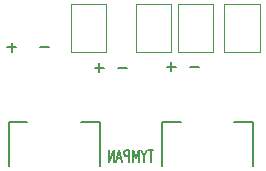
<source format=gbr>
%TF.GenerationSoftware,KiCad,Pcbnew,8.0.1*%
%TF.CreationDate,2024-04-23T13:44:49-04:00*%
%TF.ProjectId,HearingProbeBoard,48656172-696e-4675-9072-6f6265426f61,rev?*%
%TF.SameCoordinates,Original*%
%TF.FileFunction,Legend,Bot*%
%TF.FilePolarity,Positive*%
%FSLAX46Y46*%
G04 Gerber Fmt 4.6, Leading zero omitted, Abs format (unit mm)*
G04 Created by KiCad (PCBNEW 8.0.1) date 2024-04-23 13:44:49*
%MOMM*%
%LPD*%
G01*
G04 APERTURE LIST*
%ADD10C,0.150000*%
%ADD11C,0.100000*%
%ADD12C,0.200000*%
G04 APERTURE END LIST*
D10*
X121136779Y-99611133D02*
X121898684Y-99611133D01*
X121517731Y-99230180D02*
X121517731Y-99992085D01*
X123898684Y-99611133D02*
X124660589Y-99611133D01*
X133484649Y-108319819D02*
X133084649Y-108319819D01*
X133284649Y-109319819D02*
X133284649Y-108319819D01*
X132717983Y-108843628D02*
X132717983Y-109319819D01*
X132951316Y-108319819D02*
X132717983Y-108843628D01*
X132717983Y-108843628D02*
X132484649Y-108319819D01*
X132251316Y-109319819D02*
X132251316Y-108319819D01*
X132251316Y-108319819D02*
X132017983Y-109034104D01*
X132017983Y-109034104D02*
X131784649Y-108319819D01*
X131784649Y-108319819D02*
X131784649Y-109319819D01*
X131451316Y-109319819D02*
X131451316Y-108319819D01*
X131451316Y-108319819D02*
X131184649Y-108319819D01*
X131184649Y-108319819D02*
X131117983Y-108367438D01*
X131117983Y-108367438D02*
X131084649Y-108415057D01*
X131084649Y-108415057D02*
X131051316Y-108510295D01*
X131051316Y-108510295D02*
X131051316Y-108653152D01*
X131051316Y-108653152D02*
X131084649Y-108748390D01*
X131084649Y-108748390D02*
X131117983Y-108796009D01*
X131117983Y-108796009D02*
X131184649Y-108843628D01*
X131184649Y-108843628D02*
X131451316Y-108843628D01*
X130784649Y-109034104D02*
X130451316Y-109034104D01*
X130851316Y-109319819D02*
X130617983Y-108319819D01*
X130617983Y-108319819D02*
X130384649Y-109319819D01*
X130151316Y-109319819D02*
X130151316Y-108319819D01*
X130151316Y-108319819D02*
X129751316Y-109319819D01*
X129751316Y-109319819D02*
X129751316Y-108319819D01*
X128536779Y-101361133D02*
X129298684Y-101361133D01*
X128917731Y-100980180D02*
X128917731Y-101742085D01*
X130536779Y-101361133D02*
X131298684Y-101361133D01*
X134636779Y-101261133D02*
X135398684Y-101261133D01*
X135017731Y-100880180D02*
X135017731Y-101642085D01*
X136636779Y-101261133D02*
X137398684Y-101261133D01*
D11*
%TO.C,MIC3*%
X135600000Y-95980000D02*
X135600000Y-99980000D01*
X135600000Y-99980000D02*
X138600000Y-99980000D01*
X138600000Y-95980000D02*
X135600000Y-95980000D01*
X138600000Y-99980000D02*
X138600000Y-95980000D01*
%TO.C,MIC1*%
X126500000Y-95980000D02*
X126500000Y-99980000D01*
X126500000Y-99980000D02*
X129500000Y-99980000D01*
X129500000Y-95980000D02*
X126500000Y-95980000D01*
X129500000Y-99980000D02*
X129500000Y-95980000D01*
%TO.C,MIC2*%
X132000000Y-95980000D02*
X132000000Y-99980000D01*
X132000000Y-99980000D02*
X135000000Y-99980000D01*
X135000000Y-95980000D02*
X132000000Y-95980000D01*
X135000000Y-99980000D02*
X135000000Y-95980000D01*
D12*
%TO.C,J2*%
X134250000Y-105950000D02*
X134250000Y-109650000D01*
X134250000Y-105950000D02*
X135850000Y-105950000D01*
X140350000Y-105950000D02*
X141950000Y-105950000D01*
X141950000Y-105950000D02*
X141950000Y-109650000D01*
%TO.C,J1*%
X121250000Y-105950000D02*
X121250000Y-109650000D01*
X121250000Y-105950000D02*
X122850000Y-105950000D01*
X127350000Y-105950000D02*
X128950000Y-105950000D01*
X128950000Y-105950000D02*
X128950000Y-109650000D01*
D11*
%TO.C,MIC4*%
X139500000Y-95980000D02*
X139500000Y-99980000D01*
X139500000Y-99980000D02*
X142500000Y-99980000D01*
X142500000Y-95980000D02*
X139500000Y-95980000D01*
X142500000Y-99980000D02*
X142500000Y-95980000D01*
%TD*%
M02*

</source>
